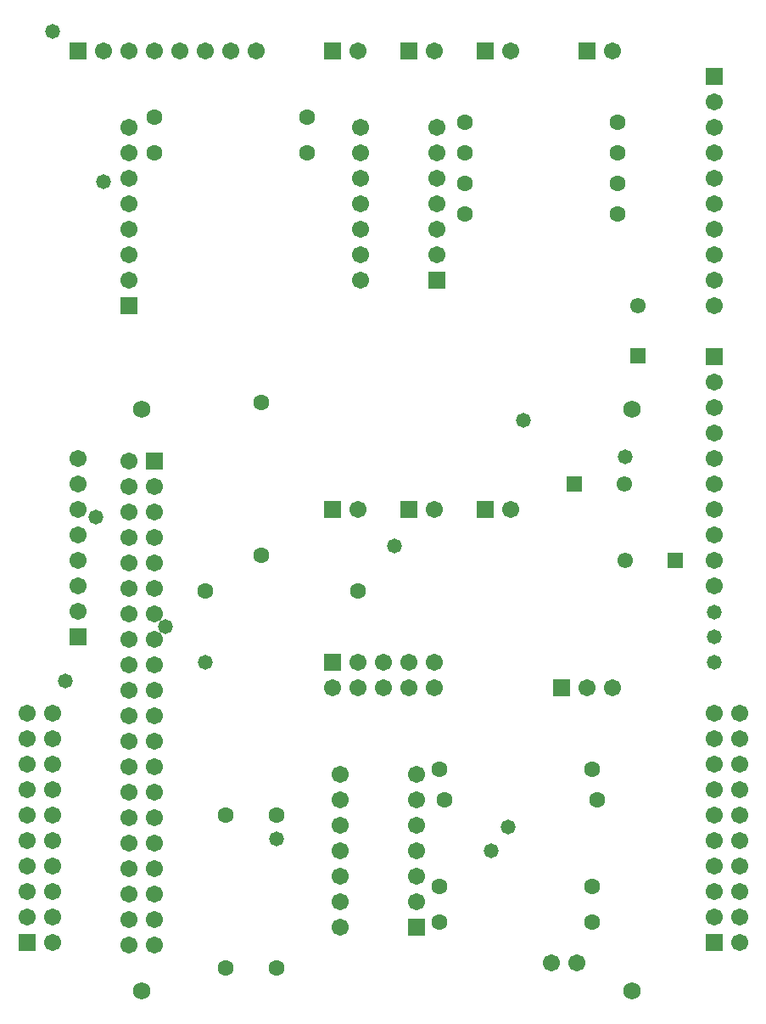
<source format=gbs>
G04 Layer_Color=16711935*
%FSLAX44Y44*%
%MOMM*%
G71*
G01*
G75*
%ADD29C,1.7032*%
%ADD30R,1.7032X1.7032*%
%ADD31R,1.5532X1.5532*%
%ADD32C,1.5532*%
%ADD33R,1.5532X1.5532*%
%ADD34R,1.7032X1.7032*%
%ADD35C,1.7272*%
%ADD36C,1.6032*%
%ADD37C,1.4732*%
D29*
X1158240Y614680D02*
D03*
X1132840D02*
D03*
X1168400Y889000D02*
D03*
X1193800D02*
D03*
X1295400Y1270000D02*
D03*
Y1295400D02*
D03*
Y1320800D02*
D03*
Y1346200D02*
D03*
Y1371600D02*
D03*
Y1397000D02*
D03*
Y1422400D02*
D03*
Y1447800D02*
D03*
Y1473200D02*
D03*
Y990600D02*
D03*
Y1016000D02*
D03*
Y1041400D02*
D03*
Y1066800D02*
D03*
Y1092200D02*
D03*
Y1117600D02*
D03*
Y1143000D02*
D03*
Y1168400D02*
D03*
Y1193800D02*
D03*
X711200Y632460D02*
D03*
X736600D02*
D03*
X711200Y657860D02*
D03*
X736600D02*
D03*
X711200Y683260D02*
D03*
X736600D02*
D03*
X711200Y708660D02*
D03*
X736600D02*
D03*
X711200Y734060D02*
D03*
X736600D02*
D03*
X711200Y759460D02*
D03*
X736600D02*
D03*
X711200Y784860D02*
D03*
X736600D02*
D03*
X711200Y810260D02*
D03*
X736600D02*
D03*
X711200Y835660D02*
D03*
X736600D02*
D03*
X711200Y861060D02*
D03*
X736600D02*
D03*
X711200Y886460D02*
D03*
X736600D02*
D03*
X711200Y911860D02*
D03*
X736600D02*
D03*
X711200Y937260D02*
D03*
X736600D02*
D03*
X711200Y962660D02*
D03*
X736600D02*
D03*
X711200Y988060D02*
D03*
X736600D02*
D03*
X711200Y1013460D02*
D03*
X736600D02*
D03*
X711200Y1038860D02*
D03*
X736600D02*
D03*
X711200Y1064260D02*
D03*
X736600D02*
D03*
X711200Y1089660D02*
D03*
X736600D02*
D03*
X711200Y1115060D02*
D03*
X635000Y635000D02*
D03*
X609600Y660400D02*
D03*
X635000D02*
D03*
X609600Y685800D02*
D03*
X635000D02*
D03*
X609600Y711200D02*
D03*
X635000D02*
D03*
X609600Y736600D02*
D03*
X635000D02*
D03*
X609600Y762000D02*
D03*
X635000D02*
D03*
X609600Y787400D02*
D03*
X635000D02*
D03*
X609600Y812800D02*
D03*
X635000D02*
D03*
X609600Y838200D02*
D03*
X635000D02*
D03*
X609600Y863600D02*
D03*
X635000D02*
D03*
X1320800Y635000D02*
D03*
X1295400Y660400D02*
D03*
X1320800D02*
D03*
X1295400Y685800D02*
D03*
X1320800D02*
D03*
X1295400Y711200D02*
D03*
X1320800D02*
D03*
X1295400Y736600D02*
D03*
X1320800D02*
D03*
X1295400Y762000D02*
D03*
X1320800D02*
D03*
X1295400Y787400D02*
D03*
X1320800D02*
D03*
X1295400Y812800D02*
D03*
X1320800D02*
D03*
X1295400Y838200D02*
D03*
X1320800D02*
D03*
X1295400Y863600D02*
D03*
X1320800D02*
D03*
X685800Y1524000D02*
D03*
X711200D02*
D03*
X736600D02*
D03*
X762000D02*
D03*
X787400D02*
D03*
X812800D02*
D03*
X838200D02*
D03*
X711200Y1295400D02*
D03*
Y1320800D02*
D03*
Y1346200D02*
D03*
Y1371600D02*
D03*
Y1397000D02*
D03*
Y1422400D02*
D03*
Y1447800D02*
D03*
X660400Y965200D02*
D03*
Y990600D02*
D03*
Y1016000D02*
D03*
Y1041400D02*
D03*
Y1066800D02*
D03*
Y1092200D02*
D03*
Y1117600D02*
D03*
X1193800Y1524000D02*
D03*
X1016000D02*
D03*
X939800D02*
D03*
X1092200D02*
D03*
Y1066800D02*
D03*
X939800D02*
D03*
X1016000D02*
D03*
Y889000D02*
D03*
Y914400D02*
D03*
X990600Y889000D02*
D03*
Y914400D02*
D03*
X965200Y889000D02*
D03*
Y914400D02*
D03*
X939800Y889000D02*
D03*
Y914400D02*
D03*
X914400Y889000D02*
D03*
X942340Y1447800D02*
D03*
Y1422400D02*
D03*
Y1397000D02*
D03*
Y1371600D02*
D03*
Y1346200D02*
D03*
Y1320800D02*
D03*
Y1295400D02*
D03*
X1018540Y1447800D02*
D03*
Y1422400D02*
D03*
Y1397000D02*
D03*
Y1371600D02*
D03*
Y1346200D02*
D03*
Y1320800D02*
D03*
X922020Y802640D02*
D03*
Y777240D02*
D03*
Y751840D02*
D03*
Y726440D02*
D03*
Y701040D02*
D03*
Y675640D02*
D03*
Y650240D02*
D03*
X998220Y802640D02*
D03*
Y777240D02*
D03*
Y751840D02*
D03*
Y726440D02*
D03*
Y701040D02*
D03*
Y675640D02*
D03*
D30*
X1143000Y889000D02*
D03*
X660400Y1524000D02*
D03*
X1168400D02*
D03*
X990600D02*
D03*
X914400D02*
D03*
X1066800D02*
D03*
Y1066800D02*
D03*
X914400D02*
D03*
X990600D02*
D03*
X914400Y914400D02*
D03*
X1018540Y1295400D02*
D03*
X998220Y650240D02*
D03*
D31*
X1256900Y1016000D02*
D03*
X1156100Y1092200D02*
D03*
D32*
X1206900Y1016000D02*
D03*
X1206100Y1092200D02*
D03*
X1219200Y1269600D02*
D03*
D33*
Y1219600D02*
D03*
D34*
X1295400Y1498600D02*
D03*
Y1219200D02*
D03*
X736600Y1115060D02*
D03*
X609600Y635000D02*
D03*
X1295400D02*
D03*
X711200Y1270000D02*
D03*
X660400Y939800D02*
D03*
D35*
X723900Y1166300D02*
D03*
X1213900Y586300D02*
D03*
X723900D02*
D03*
X1213900Y1166300D02*
D03*
D36*
X1021080Y690880D02*
D03*
X1173480D02*
D03*
Y655320D02*
D03*
X1021080D02*
D03*
X1026160Y777240D02*
D03*
X1178560D02*
D03*
X1173480Y807720D02*
D03*
X1021080D02*
D03*
X807720Y609600D02*
D03*
Y762000D02*
D03*
X858520Y609600D02*
D03*
Y762000D02*
D03*
X939800Y985520D02*
D03*
X787400D02*
D03*
X843280Y1021080D02*
D03*
Y1173480D02*
D03*
X1046480Y1391920D02*
D03*
X1198880D02*
D03*
X1046480Y1361440D02*
D03*
X1198880D02*
D03*
X1046480Y1422400D02*
D03*
X1198880D02*
D03*
X736600Y1457960D02*
D03*
X889000D02*
D03*
X736600Y1422400D02*
D03*
X889000D02*
D03*
X1198880Y1452880D02*
D03*
X1046480D02*
D03*
D37*
X685800Y1392936D02*
D03*
X1104900Y1155700D02*
D03*
X647700Y895350D02*
D03*
X787400Y914400D02*
D03*
X635000Y1543050D02*
D03*
X1206500Y1118870D02*
D03*
X1295400Y914400D02*
D03*
Y939800D02*
D03*
Y963930D02*
D03*
X678688Y1058926D02*
D03*
X1072896Y726440D02*
D03*
X976630Y1029970D02*
D03*
X747776Y949960D02*
D03*
X858520Y738124D02*
D03*
X1090000Y750000D02*
D03*
M02*

</source>
